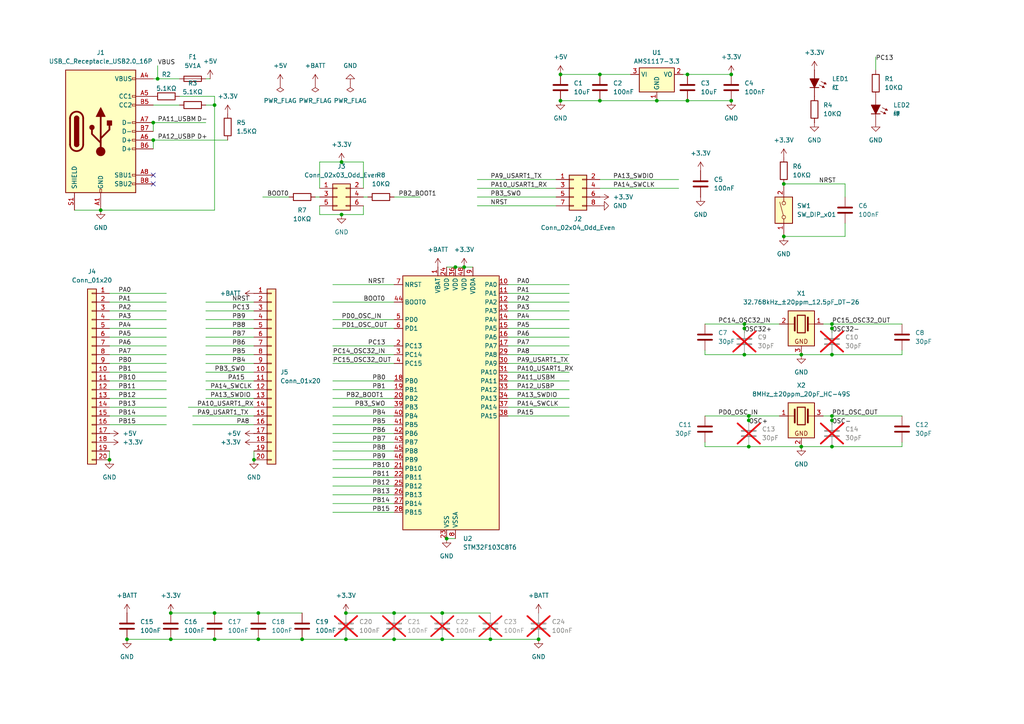
<source format=kicad_sch>
(kicad_sch (version 20231120) (generator "eeschema") (generator_version "8.0")
  (paper "A4")
  (lib_symbols
    (symbol "Connector_Generic:Conn_01x20" (pin_names (offset 1.016) hide)
      (property "Reference" "J" (at 0 25.4 0))
      (property "Value" "Conn_01x20" (at 0 -27.94 0))
      (symbol "Conn_01x20_1_1"
        (pin passive line (at -5.08 22.86 0) (length 3.81) (name "Pin_1") (number "1"))
        (pin passive line (at -5.08 0 0) (length 3.81) (name "Pin_10") (number "10"))
        (pin passive line (at -5.08 -2.54 0) (length 3.81) (name "Pin_11") (number "11"))
        (pin passive line (at -5.08 -5.08 0) (length 3.81) (name "Pin_12") (number "12"))
        (pin passive line (at -5.08 -7.62 0) (length 3.81) (name "Pin_13") (number "13"))
        (pin passive line (at -5.08 -10.16 0) (length 3.81) (name "Pin_14") (number "14"))
        (pin passive line (at -5.08 -12.7 0) (length 3.81) (name "Pin_15") (number "15"))
        (pin passive line (at -5.08 -15.24 0) (length 3.81) (name "Pin_16") (number "16"))
        (pin passive line (at -5.08 -17.78 0) (length 3.81) (name "Pin_17") (number "17"))
        (pin passive line (at -5.08 -20.32 0) (length 3.81) (name "Pin_18") (number "18"))
        (pin passive line (at -5.08 -22.86 0) (length 3.81) (name "Pin_19") (number "19"))
        (pin passive line (at -5.08 20.32 0) (length 3.81) (name "Pin_2") (number "2"))
        (pin passive line (at -5.08 -25.4 0) (length 3.81) (name "Pin_20") (number "20"))
        (pin passive line (at -5.08 17.78 0) (length 3.81) (name "Pin_3") (number "3"))
        (pin passive line (at -5.08 15.24 0) (length 3.81) (name "Pin_4") (number "4"))
        (pin passive line (at -5.08 12.7 0) (length 3.81) (name "Pin_5") (number "5"))
        (pin passive line (at -5.08 10.16 0) (length 3.81) (name "Pin_6") (number "6"))
        (pin passive line (at -5.08 7.62 0) (length 3.81) (name "Pin_7") (number "7"))
        (pin passive line (at -5.08 5.08 0) (length 3.81) (name "Pin_8") (number "8"))
        (pin passive line (at -5.08 2.54 0) (length 3.81) (name "Pin_9") (number "9"))
      )
    )
    (symbol "Connector_Generic:Conn_02x03_Odd_Even" (pin_names (offset 1.016) hide)
      (property "Reference" "J" (at 1.27 5.08 0))
      (property "Value" "Conn_02x03_Odd_Even" (at 1.27 -5.08 0))
      (symbol "Conn_02x03_Odd_Even_1_1"
        (pin passive line (at -5.08 2.54 0) (length 3.81) (name "Pin_1") (number "1"))
        (pin passive line (at 7.62 2.54 180) (length 3.81) (name "Pin_2") (number "2"))
        (pin passive line (at -5.08 0 0) (length 3.81) (name "Pin_3") (number "3"))
        (pin passive line (at 7.62 0 180) (length 3.81) (name "Pin_4") (number "4"))
        (pin passive line (at -5.08 -2.54 0) (length 3.81) (name "Pin_5") (number "5"))
        (pin passive line (at 7.62 -2.54 180) (length 3.81) (name "Pin_6") (number "6"))
      )
    )
    (symbol "Connector_Generic:Conn_02x04_Odd_Even" (pin_names (offset 1.016) hide)
      (property "Reference" "J" (at 1.27 5.08 0))
      (property "Value" "Conn_02x04_Odd_Even" (at 1.27 -7.62 0))
      (symbol "Conn_02x04_Odd_Even_1_1"
        (pin passive line (at -5.08 2.54 0) (length 3.81) (name "Pin_1") (number "1"))
        (pin passive line (at 7.62 2.54 180) (length 3.81) (name "Pin_2") (number "2"))
        (pin passive line (at -5.08 0 0) (length 3.81) (name "Pin_3") (number "3"))
        (pin passive line (at 7.62 0 180) (length 3.81) (name "Pin_4") (number "4"))
        (pin passive line (at -5.08 -2.54 0) (length 3.81) (name "Pin_5") (number "5"))
        (pin passive line (at 7.62 -2.54 180) (length 3.81) (name "Pin_6") (number "6"))
        (pin passive line (at -5.08 -5.08 0) (length 3.81) (name "Pin_7") (number "7"))
        (pin passive line (at 7.62 -5.08 180) (length 3.81) (name "Pin_8") (number "8"))
      )
    )
    (symbol "Device:Fuse" (pin_numbers hide) (pin_names (offset 0))
      (property "Reference" "F" (at 2.032 0 90))
      (property "Value" "Fuse" (at -1.905 0 90))
      (symbol "Fuse_1_1"
        (pin passive line (at 0 3.81 270) (length 1.27) (name "~") (number "1"))
        (pin passive line (at 0 -3.81 90) (length 1.27) (name "~") (number "2"))
      )
    )
    (symbol "MCU_ST_STM32F1:STM32F103C8Tx"
      (property "Reference" "U" (at -12.7 39.37 0))
      (property "Value" "STM32F103C8Tx" (at 10.16 39.37 0))
      (symbol "STM32F103C8Tx_1_1"
        (pin power_in line (at -2.54 40.64 270) (length 2.54) (name "VBAT") (number "1"))
        (pin bidirectional line (at 17.78 35.56 180) (length 2.54) (name "PA0") (number "10"))
        (pin bidirectional line (at 17.78 33.02 180) (length 2.54) (name "PA1") (number "11"))
        (pin bidirectional line (at 17.78 30.48 180) (length 2.54) (name "PA2") (number "12"))
        (pin bidirectional line (at 17.78 27.94 180) (length 2.54) (name "PA3") (number "13"))
        (pin bidirectional line (at 17.78 25.4 180) (length 2.54) (name "PA4") (number "14"))
        (pin bidirectional line (at 17.78 22.86 180) (length 2.54) (name "PA5") (number "15"))
        (pin bidirectional line (at 17.78 20.32 180) (length 2.54) (name "PA6") (number "16"))
        (pin bidirectional line (at 17.78 17.78 180) (length 2.54) (name "PA7") (number "17"))
        (pin bidirectional line (at -15.24 7.62 0) (length 2.54) (name "PB0") (number "18"))
        (pin bidirectional line (at -15.24 5.08 0) (length 2.54) (name "PB1") (number "19"))
        (pin bidirectional line (at -15.24 17.78 0) (length 2.54) (name "PC13") (number "2"))
        (pin bidirectional line (at -15.24 2.54 0) (length 2.54) (name "PB2") (number "20"))
        (pin bidirectional line (at -15.24 -17.78 0) (length 2.54) (name "PB10") (number "21"))
        (pin bidirectional line (at -15.24 -20.32 0) (length 2.54) (name "PB11") (number "22"))
        (pin power_in line (at 0 -38.1 90) (length 2.54) (name "VSS") (number "23"))
        (pin power_in line (at 0 40.64 270) (length 2.54) (name "VDD") (number "24"))
        (pin bidirectional line (at -15.24 -22.86 0) (length 2.54) (name "PB12") (number "25"))
        (pin bidirectional line (at -15.24 -25.4 0) (length 2.54) (name "PB13") (number "26"))
        (pin bidirectional line (at -15.24 -27.94 0) (length 2.54) (name "PB14") (number "27"))
        (pin bidirectional line (at -15.24 -30.48 0) (length 2.54) (name "PB15") (number "28"))
        (pin bidirectional line (at 17.78 15.24 180) (length 2.54) (name "PA8") (number "29"))
        (pin bidirectional line (at -15.24 15.24 0) (length 2.54) (name "PC14") (number "3"))
        (pin bidirectional line (at 17.78 12.7 180) (length 2.54) (name "PA9") (number "30"))
        (pin bidirectional line (at 17.78 10.16 180) (length 2.54) (name "PA10") (number "31"))
        (pin bidirectional line (at 17.78 7.62 180) (length 2.54) (name "PA11") (number "32"))
        (pin bidirectional line (at 17.78 5.08 180) (length 2.54) (name "PA12") (number "33"))
        (pin bidirectional line (at 17.78 2.54 180) (length 2.54) (name "PA13") (number "34"))
        (pin passive line (at 0 -38.1 90) (length 2.54) hide (name "VSS") (number "35"))
        (pin power_in line (at 2.54 40.64 270) (length 2.54) (name "VDD") (number "36"))
        (pin bidirectional line (at 17.78 0 180) (length 2.54) (name "PA14") (number "37"))
        (pin bidirectional line (at 17.78 -2.54 180) (length 2.54) (name "PA15") (number "38"))
        (pin bidirectional line (at -15.24 0 0) (length 2.54) (name "PB3") (number "39"))
        (pin bidirectional line (at -15.24 12.7 0) (length 2.54) (name "PC15") (number "4"))
        (pin bidirectional line (at -15.24 -2.54 0) (length 2.54) (name "PB4") (number "40"))
        (pin bidirectional line (at -15.24 -5.08 0) (length 2.54) (name "PB5") (number "41"))
        (pin bidirectional line (at -15.24 -7.62 0) (length 2.54) (name "PB6") (number "42"))
        (pin bidirectional line (at -15.24 -10.16 0) (length 2.54) (name "PB7") (number "43"))
        (pin input line (at -15.24 30.48 0) (length 2.54) (name "BOOT0") (number "44"))
        (pin bidirectional line (at -15.24 -12.7 0) (length 2.54) (name "PB8") (number "45"))
        (pin bidirectional line (at -15.24 -15.24 0) (length 2.54) (name "PB9") (number "46"))
        (pin passive line (at 0 -38.1 90) (length 2.54) hide (name "VSS") (number "47"))
        (pin power_in line (at 5.08 40.64 270) (length 2.54) (name "VDD") (number "48"))
        (pin bidirectional line (at -15.24 25.4 0) (length 2.54) (name "PD0") (number "5"))
        (pin bidirectional line (at -15.24 22.86 0) (length 2.54) (name "PD1") (number "6"))
        (pin input line (at -15.24 35.56 0) (length 2.54) (name "NRST") (number "7"))
        (pin power_in line (at 2.54 -38.1 90) (length 2.54) (name "VSSA") (number "8"))
        (pin power_in line (at 7.62 40.64 270) (length 2.54) (name "VDDA") (number "9"))
      )
    )
    (symbol "PCM_Capacitor_US_AKL:C_0603" (pin_numbers hide) (pin_names (offset 0.254))
      (property "Reference" "C" (at 0.635 2.54 0))
      (property "Value" "C_0603" (at 0.635 -2.54 0))
      (symbol "C_0603_1_1"
        (pin passive line (at 0 3.81 270) (length 2.794) (name "~") (number "1"))
        (pin passive line (at 0 -3.81 90) (length 2.794) (name "~") (number "2"))
      )
      (symbol "C_0603_1_2"
        (pin passive line (at 2.54 2.54 270) (length 0) (name "~") (number "1"))
        (pin passive line (at -2.54 -2.54 90) (length 0) (name "~") (number "2"))
      )
    )
    (symbol "PCM_Capacitor_US_AKL:C_Generic" (pin_numbers hide) (pin_names (offset 0.254))
      (property "Reference" "C" (at 3.175 1.27 0))
      (property "Value" "C_Generic" (at 3.175 -1.27 0))
      (symbol "C_Generic_1_1"
        (pin passive line (at 0 3.81 270) (length 2.794) (name "~") (number "1"))
        (pin passive line (at 0 -3.81 90) (length 2.794) (name "~") (number "2"))
      )
      (symbol "C_Generic_1_2"
        (pin passive line (at 2.54 2.54 270) (length 0) (name "~") (number "1"))
        (pin passive line (at -2.54 -2.54 90) (length 0) (name "~") (number "2"))
      )
    )
    (symbol "PCM_LED_AKL:LED_3mm" (pin_numbers hide) (pin_names (offset 1.016) hide)
      (property "Reference" "LED" (at 0 7.62 0))
      (property "Value" "LED_3mm" (at 0 5.08 0))
      (symbol "LED_3mm_1_1"
        (pin passive line (at 3.81 0 180) (length 2.54) (name "K") (number "1"))
        (pin passive line (at -3.81 0 0) (length 2.54) (name "A") (number "2"))
      )
      (symbol "LED_3mm_1_2"
        (pin passive line (at 2.54 2.54 180) (length 0) (name "K") (number "1"))
        (pin passive line (at -2.54 -2.54 0) (length 0) (name "A") (number "2"))
      )
    )
    (symbol "PCM_Resistor_AKL:R_Generic" (pin_numbers hide) (pin_names (offset 0))
      (property "Reference" "R" (at 5.08 1.27 0))
      (property "Value" "R_Generic" (at 5.08 -1.27 0))
      (symbol "R_Generic_1_1"
        (pin passive line (at 0 3.81 270) (length 1.27) (name "~") (number "1"))
        (pin passive line (at 0 -3.81 90) (length 1.27) (name "~") (number "2"))
      )
      (symbol "R_Generic_1_2"
        (pin passive line (at 2.54 2.54 180) (length 0) (name "") (number "1"))
        (pin passive line (at -2.54 -2.54 0) (length 0) (name "") (number "2"))
      )
    )
    (symbol "Regulator_Linear:AMS1117-3.3"
      (property "Reference" "U" (at -3.81 3.175 0))
      (property "Value" "AMS1117-3.3" (at 0 3.175 0))
      (symbol "AMS1117-3.3_1_1"
        (pin power_in line (at 0 -7.62 90) (length 2.54) (name "GND") (number "1"))
        (pin power_out line (at 7.62 0 180) (length 2.54) (name "VO") (number "2"))
        (pin power_in line (at -7.62 0 0) (length 2.54) (name "VI") (number "3"))
      )
    )
    (symbol "Switch:SW_DIP_x01" (pin_names (offset 0) hide)
      (property "Reference" "SW" (at 0 3.81 0))
      (property "Value" "SW_DIP_x01" (at 0 -3.81 0))
      (symbol "SW_DIP_x01_1_1"
        (pin passive line (at -7.62 0 0) (length 5.08) (name "~") (number "1"))
        (pin passive line (at 7.62 0 180) (length 5.08) (name "~") (number "2"))
      )
    )
    (symbol "USB_C_Receptacle_USB2.0_16P_1" (pin_names (offset 1.016))
      (property "Reference" "J" (at 0 22.225 0))
      (property "Value" "USB_C_Receptacle_USB2.0_16P" (at 0 19.685 0))
      (symbol "USB_C_Receptacle_USB2.0_16P_1_1_1"
        (pin passive line (at 0 -22.86 90) (length 5.08) (name "GND") (number "A1"))
        (pin passive line (at 0 -22.86 90) (length 5.08) hide (name "GND") (number "A12"))
        (pin passive line (at 15.24 15.24 180) (length 5.08) (name "VBUS") (number "A4"))
        (pin bidirectional line (at 15.24 10.16 180) (length 5.08) (name "CC1") (number "A5"))
        (pin bidirectional line (at 15.24 -2.54 180) (length 5.08) (name "D+") (number "A6"))
        (pin bidirectional line (at 15.24 2.54 180) (length 5.08) (name "D-") (number "A7"))
        (pin bidirectional line (at 15.24 -12.7 180) (length 5.08) (name "SBU1") (number "A8"))
        (pin passive line (at 15.24 15.24 180) (length 5.08) hide (name "VBUS") (number "A9"))
        (pin passive line (at 0 -22.86 90) (length 5.08) hide (name "GND") (number "B1"))
        (pin passive line (at 0 -22.86 90) (length 5.08) hide (name "GND") (number "B12"))
        (pin passive line (at 15.24 15.24 180) (length 5.08) hide (name "VBUS") (number "B4"))
        (pin bidirectional line (at 15.24 7.62 180) (length 5.08) (name "CC2") (number "B5"))
        (pin bidirectional line (at 15.24 -5.08 180) (length 5.08) (name "D+") (number "B6"))
        (pin bidirectional line (at 15.24 0 180) (length 5.08) (name "D-") (number "B7"))
        (pin bidirectional line (at 15.24 -15.24 180) (length 5.08) (name "SBU2") (number "B8"))
        (pin passive line (at 15.24 15.24 180) (length 5.08) hide (name "VBUS") (number "B9"))
        (pin passive line (at -7.62 -22.86 90) (length 5.08) (name "SHIELD") (number "S1"))
      )
    )
    (symbol "kicad2wsy:32.768kHz_±20ppm_12.5pF_DT-26" (pin_names (offset 1.016) hide)
      (property "Reference" "X" (at 0 8.89 0))
      (property "Value" "32.768kHz_±20ppm_12.5pF_DT-26" (at 0 6.35 0))
      (symbol "32.768kHz_±20ppm_12.5pF_DT-26_0_1"
        (text "GND" (at 0 -5.08 0) (effects (font (size 1.27 1.27))))
      )
      (symbol "32.768kHz_±20ppm_12.5pF_DT-26_1_1"
        (pin passive line (at -6.35 0 0) (length 2.54) (name "1") (number "1"))
        (pin passive line (at 6.35 0 180) (length 2.54) (name "2") (number "2"))
        (pin passive line (at 0 -8.89 90) (length 2.54) (name "3") (number "3"))
      )
    )
    (symbol "kicad2wsy:8MHz_±20ppm_20pF_HC-49S" (pin_names (offset 1.016) hide)
      (property "Reference" "X" (at 0 8.89 0))
      (property "Value" "8MHz_±20ppm_20pF_HC-49S" (at 0 6.35 0))
      (symbol "8MHz_±20ppm_20pF_HC-49S_0_1"
        (text "GND" (at 0 -5.08 0) (effects (font (size 1.27 1.27))))
      )
      (symbol "8MHz_±20ppm_20pF_HC-49S_1_1"
        (pin passive line (at -6.35 0 0) (length 2.54) (name "1") (number "1"))
        (pin passive line (at 0 -8.89 90) (length 2.54) (name "2") (number "2"))
        (pin passive line (at 6.35 0 180) (length 2.54) (name "3") (number "3"))
      )
    )
    (symbol "power:+3.3V" (power) (pin_numbers hide) (pin_names (offset 0) hide)
      (property "Value" "+3.3V" (at 0 3.556 0))
      (symbol "+3.3V_1_1"
        (pin power_in line (at 0 0 90) (length 0) (name "~") (number "1"))
      )
    )
    (symbol "power:+5V" (power) (pin_numbers hide) (pin_names (offset 0) hide)
      (property "Value" "+5V" (at 0 3.556 0))
      (symbol "+5V_1_1"
        (pin power_in line (at 0 0 90) (length 0) (name "~") (number "1"))
      )
    )
    (symbol "power:+BATT" (power) (pin_numbers hide) (pin_names (offset 0) hide)
      (property "Value" "+BATT" (at 0 3.556 0))
      (symbol "+BATT_1_1"
        (pin power_in line (at 0 0 90) (length 0) (name "~") (number "1"))
      )
    )
    (symbol "power:GND" (power) (pin_numbers hide) (pin_names (offset 0) hide)
      (property "Value" "GND" (at 0 -3.81 0))
      (symbol "GND_1_1"
        (pin power_in line (at 0 0 270) (length 0) (name "~") (number "1"))
      )
    )
    (symbol "power:PWR_FLAG" (power) (pin_numbers hide) (pin_names (offset 0) hide)
      (property "Value" "PWR_FLAG" (at 0 3.81 0))
      (symbol "PWR_FLAG_0_0"
        (pin power_out line (at 0 0 90) (length 0) (name "~") (number "1"))
      )
    )
  )
  (junction (at 49.53 177.8))
  (junction (at 241.3 120.65))
  (junction (at 212.09 21.59))
  (junction (at 87.63 185.42))
  (junction (at 190.5 29.21))
  (junction (at 62.23 177.8))
  (junction (at 215.9 102.87))
  (junction (at 100.33 177.8))
  (junction (at 36.83 185.42))
  (junction (at 173.99 21.59))
  (junction (at 134.62 77.47))
  (junction (at 217.17 121.92))
  (junction (at 29.21 60.96))
  (junction (at 232.41 102.87))
  (junction (at 217.17 129.54))
  (junction (at 45.72 22.86))
  (junction (at 74.93 185.42))
  (junction (at 156.21 185.42))
  (junction (at 232.41 129.54))
  (junction (at 215.9 95.25))
  (junction (at 227.33 53.34))
  (junction (at 241.3 129.54))
  (junction (at 241.3 102.87))
  (junction (at 62.23 185.42))
  (junction (at 128.27 185.42))
  (junction (at 31.75 133.35))
  (junction (at 74.93 177.8))
  (junction (at 162.56 29.21))
  (junction (at 114.3 185.42))
  (junction (at 73.66 133.35))
  (junction (at 129.54 156.21))
  (junction (at 212.09 29.21))
  (junction (at 217.17 120.65))
  (junction (at 162.56 21.59))
  (junction (at 99.06 62.23))
  (junction (at 142.24 185.42))
  (junction (at 128.27 177.8))
  (junction (at 199.39 29.21))
  (junction (at 241.3 93.98))
  (junction (at 100.33 185.42))
  (junction (at 199.39 21.59))
  (junction (at 173.99 29.21))
  (junction (at 49.53 185.42))
  (junction (at 62.23 30.48))
  (junction (at 241.3 95.25))
  (junction (at 114.3 177.8))
  (junction (at 227.33 68.58))
  (junction (at 99.06 46.99))
  (junction (at 44.45 35.56))
  (junction (at 132.08 77.47))
  (junction (at 44.45 40.64))
  (junction (at 215.9 93.98))
  (junction (at 241.3 121.92))
  (no_connect (at 44.45 50.8))
  (no_connect (at 44.45 53.34))
  (wire (pts (xy 138.43 54.61) (xy 161.29 54.61)))
  (wire (pts (xy 241.3 102.87) (xy 261.62 102.87)))
  (wire (pts (xy 241.3 129.54) (xy 232.41 129.54)))
  (wire (pts (xy 138.43 59.69) (xy 161.29 59.69)))
  (wire (pts (xy 96.52 110.49) (xy 114.3 110.49)))
  (wire (pts (xy 96.52 100.33) (xy 114.3 100.33)))
  (wire (pts (xy 100.33 185.42) (xy 114.3 185.42)))
  (wire (pts (xy 92.71 62.23) (xy 99.06 62.23)))
  (wire (pts (xy 261.62 129.54) (xy 241.3 129.54)))
  (wire (pts (xy 31.75 113.03) (xy 48.26 113.03)))
  (wire (pts (xy 232.41 129.54) (xy 217.17 129.54)))
  (wire (pts (xy 128.27 177.8) (xy 142.24 177.8)))
  (wire (pts (xy 204.47 120.65) (xy 217.17 120.65)))
  (wire (pts (xy 215.9 93.98) (xy 226.06 93.98)))
  (wire (pts (xy 261.62 128.27) (xy 261.62 129.54)))
  (wire (pts (xy 105.41 46.99) (xy 105.41 54.61)))
  (wire (pts (xy 96.52 143.51) (xy 114.3 143.51)))
  (wire (pts (xy 96.52 102.87) (xy 114.3 102.87)))
  (wire (pts (xy 62.23 30.48) (xy 62.23 60.96)))
  (wire (pts (xy 199.39 29.21) (xy 212.09 29.21)))
  (wire (pts (xy 31.75 85.09) (xy 48.26 85.09)))
  (wire (pts (xy 147.32 100.33) (xy 165.1 100.33)))
  (wire (pts (xy 31.75 107.95) (xy 48.26 107.95)))
  (wire (pts (xy 227.33 68.58) (xy 245.11 68.58)))
  (wire (pts (xy 44.45 22.86) (xy 45.72 22.86)))
  (wire (pts (xy 44.45 30.48) (xy 52.07 30.48)))
  (wire (pts (xy 31.75 90.17) (xy 48.26 90.17)))
  (wire (pts (xy 96.52 95.25) (xy 114.3 95.25)))
  (wire (pts (xy 147.32 107.95) (xy 165.1 107.95)))
  (wire (pts (xy 147.32 97.79) (xy 165.1 97.79)))
  (wire (pts (xy 114.3 185.42) (xy 128.27 185.42)))
  (wire (pts (xy 96.52 82.55) (xy 114.3 82.55)))
  (wire (pts (xy 96.52 140.97) (xy 114.3 140.97)))
  (wire (pts (xy 147.32 102.87) (xy 165.1 102.87)))
  (wire (pts (xy 198.12 21.59) (xy 199.39 21.59)))
  (wire (pts (xy 215.9 95.25) (xy 215.9 96.52)))
  (wire (pts (xy 96.52 135.89) (xy 114.3 135.89)))
  (wire (pts (xy 59.69 22.86) (xy 60.96 22.86)))
  (wire (pts (xy 147.32 87.63) (xy 165.1 87.63)))
  (wire (pts (xy 96.52 148.59) (xy 114.3 148.59)))
  (wire (pts (xy 241.3 95.25) (xy 241.3 96.52)))
  (wire (pts (xy 99.06 62.23) (xy 105.41 62.23)))
  (wire (pts (xy 245.11 53.34) (xy 245.11 57.15)))
  (wire (pts (xy 204.47 93.98) (xy 215.9 93.98)))
  (wire (pts (xy 59.69 110.49) (xy 73.66 110.49)))
  (wire (pts (xy 44.45 40.64) (xy 66.04 40.64)))
  (wire (pts (xy 100.33 177.8) (xy 114.3 177.8)))
  (wire (pts (xy 96.52 105.41) (xy 114.3 105.41)))
  (wire (pts (xy 241.3 93.98) (xy 261.62 93.98)))
  (wire (pts (xy 31.75 95.25) (xy 48.26 95.25)))
  (wire (pts (xy 147.32 82.55) (xy 165.1 82.55)))
  (wire (pts (xy 204.47 101.6) (xy 204.47 102.87)))
  (wire (pts (xy 147.32 113.03) (xy 165.1 113.03)))
  (wire (pts (xy 105.41 62.23) (xy 105.41 59.69)))
  (wire (pts (xy 29.21 60.96) (xy 62.23 60.96)))
  (wire (pts (xy 99.06 46.99) (xy 105.41 46.99)))
  (wire (pts (xy 96.52 92.71) (xy 114.3 92.71)))
  (wire (pts (xy 44.45 35.56) (xy 44.45 38.1)))
  (wire (pts (xy 92.71 59.69) (xy 92.71 62.23)))
  (wire (pts (xy 44.45 40.64) (xy 44.45 43.18)))
  (wire (pts (xy 147.32 105.41) (xy 165.1 105.41)))
  (wire (pts (xy 62.23 177.8) (xy 74.93 177.8)))
  (wire (pts (xy 114.3 177.8) (xy 128.27 177.8)))
  (wire (pts (xy 238.76 120.65) (xy 241.3 120.65)))
  (wire (pts (xy 217.17 129.54) (xy 204.47 129.54)))
  (wire (pts (xy 217.17 120.65) (xy 217.17 121.92)))
  (wire (pts (xy 245.11 68.58) (xy 245.11 64.77)))
  (wire (pts (xy 96.52 115.57) (xy 114.3 115.57)))
  (wire (pts (xy 241.3 93.98) (xy 241.3 95.25)))
  (wire (pts (xy 96.52 120.65) (xy 114.3 120.65)))
  (wire (pts (xy 59.69 97.79) (xy 73.66 97.79)))
  (wire (pts (xy 59.69 107.95) (xy 73.66 107.95)))
  (wire (pts (xy 31.75 110.49) (xy 48.26 110.49)))
  (wire (pts (xy 147.32 115.57) (xy 165.1 115.57)))
  (wire (pts (xy 62.23 185.42) (xy 74.93 185.42)))
  (wire (pts (xy 49.53 177.8) (xy 62.23 177.8)))
  (wire (pts (xy 217.17 120.65) (xy 226.06 120.65)))
  (wire (pts (xy 129.54 77.47) (xy 132.08 77.47)))
  (wire (pts (xy 44.45 35.56) (xy 59.69 35.56)))
  (wire (pts (xy 114.3 57.15) (xy 121.92 57.15)))
  (wire (pts (xy 73.66 130.81) (xy 73.66 133.35)))
  (wire (pts (xy 147.32 95.25) (xy 165.1 95.25)))
  (wire (pts (xy 36.83 185.42) (xy 49.53 185.42)))
  (wire (pts (xy 45.72 19.05) (xy 45.72 22.86)))
  (wire (pts (xy 138.43 52.07) (xy 161.29 52.07)))
  (wire (pts (xy 128.27 185.42) (xy 142.24 185.42)))
  (wire (pts (xy 31.75 102.87) (xy 48.26 102.87)))
  (wire (pts (xy 147.32 90.17) (xy 165.1 90.17)))
  (wire (pts (xy 52.07 27.94) (xy 62.23 27.94)))
  (wire (pts (xy 59.69 100.33) (xy 73.66 100.33)))
  (wire (pts (xy 204.47 102.87) (xy 215.9 102.87)))
  (wire (pts (xy 147.32 120.65) (xy 165.1 120.65)))
  (wire (pts (xy 190.5 29.21) (xy 199.39 29.21)))
  (wire (pts (xy 96.52 133.35) (xy 114.3 133.35)))
  (wire (pts (xy 238.76 93.98) (xy 241.3 93.98)))
  (wire (pts (xy 129.54 156.21) (xy 132.08 156.21)))
  (wire (pts (xy 96.52 130.81) (xy 114.3 130.81)))
  (wire (pts (xy 31.75 100.33) (xy 48.26 100.33)))
  (wire (pts (xy 96.52 128.27) (xy 114.3 128.27)))
  (wire (pts (xy 91.44 57.15) (xy 92.71 57.15)))
  (wire (pts (xy 217.17 121.92) (xy 217.17 123.19)))
  (wire (pts (xy 241.3 121.92) (xy 241.3 123.19)))
  (wire (pts (xy 29.21 60.96) (xy 21.59 60.96)))
  (wire (pts (xy 134.62 77.47) (xy 137.16 77.47)))
  (wire (pts (xy 215.9 93.98) (xy 215.9 95.25)))
  (wire (pts (xy 45.72 22.86) (xy 52.07 22.86)))
  (wire (pts (xy 173.99 29.21) (xy 190.5 29.21)))
  (wire (pts (xy 59.69 115.57) (xy 73.66 115.57)))
  (wire (pts (xy 92.71 46.99) (xy 99.06 46.99)))
  (wire (pts (xy 55.88 120.65) (xy 73.66 120.65)))
  (wire (pts (xy 132.08 77.47) (xy 134.62 77.47)))
  (wire (pts (xy 31.75 123.19) (xy 48.26 123.19)))
  (wire (pts (xy 76.2 57.15) (xy 83.82 57.15)))
  (wire (pts (xy 147.32 110.49) (xy 165.1 110.49)))
  (wire (pts (xy 232.41 102.87) (xy 241.3 102.87)))
  (wire (pts (xy 59.69 87.63) (xy 73.66 87.63)))
  (wire (pts (xy 162.56 21.59) (xy 173.99 21.59)))
  (wire (pts (xy 204.47 128.27) (xy 204.47 129.54)))
  (wire (pts (xy 173.99 21.59) (xy 182.88 21.59)))
  (wire (pts (xy 147.32 85.09) (xy 165.1 85.09)))
  (wire (pts (xy 59.69 90.17) (xy 73.66 90.17)))
  (wire (pts (xy 31.75 115.57) (xy 48.26 115.57)))
  (wire (pts (xy 31.75 92.71) (xy 48.26 92.71)))
  (wire (pts (xy 59.69 105.41) (xy 73.66 105.41)))
  (wire (pts (xy 215.9 102.87) (xy 232.41 102.87)))
  (wire (pts (xy 49.53 185.42) (xy 62.23 185.42)))
  (wire (pts (xy 54.61 118.11) (xy 73.66 118.11)))
  (wire (pts (xy 31.75 87.63) (xy 48.26 87.63)))
  (wire (pts (xy 96.52 125.73) (xy 114.3 125.73)))
  (wire (pts (xy 261.62 101.6) (xy 261.62 102.87)))
  (wire (pts (xy 59.69 102.87) (xy 73.66 102.87)))
  (wire (pts (xy 96.52 123.19) (xy 114.3 123.19)))
  (wire (pts (xy 173.99 52.07) (xy 196.85 52.07)))
  (wire (pts (xy 74.93 185.42) (xy 87.63 185.42)))
  (wire (pts (xy 162.56 29.21) (xy 173.99 29.21)))
  (wire (pts (xy 254 16.51) (xy 254 20.32)))
  (wire (pts (xy 59.69 113.03) (xy 73.66 113.03)))
  (wire (pts (xy 138.43 57.15) (xy 161.29 57.15)))
  (wire (pts (xy 59.69 92.71) (xy 73.66 92.71)))
  (wire (pts (xy 241.3 120.65) (xy 261.62 120.65)))
  (wire (pts (xy 31.75 130.81) (xy 31.75 133.35)))
  (wire (pts (xy 62.23 27.94) (xy 62.23 30.48)))
  (wire (pts (xy 173.99 54.61) (xy 196.85 54.61)))
  (wire (pts (xy 31.75 118.11) (xy 48.26 118.11)))
  (wire (pts (xy 31.75 120.65) (xy 48.26 120.65)))
  (wire (pts (xy 147.32 92.71) (xy 165.1 92.71)))
  (wire (pts (xy 74.93 177.8) (xy 87.63 177.8)))
  (wire (pts (xy 241.3 120.65) (xy 241.3 121.92)))
  (wire (pts (xy 142.24 185.42) (xy 156.21 185.42)))
  (wire (pts (xy 96.52 138.43) (xy 114.3 138.43)))
  (wire (pts (xy 96.52 87.63) (xy 114.3 87.63)))
  (wire (pts (xy 199.39 21.59) (xy 212.09 21.59)))
  (wire (pts (xy 92.71 54.61) (xy 92.71 46.99)))
  (wire (pts (xy 59.69 95.25) (xy 73.66 95.25)))
  (wire (pts (xy 96.52 113.03) (xy 114.3 113.03)))
  (wire (pts (xy 31.75 105.41) (xy 48.26 105.41)))
  (wire (pts (xy 227.33 53.34) (xy 245.11 53.34)))
  (wire (pts (xy 106.68 57.15) (xy 105.41 57.15)))
  (wire (pts (xy 55.88 123.19) (xy 73.66 123.19)))
  (wire (pts (xy 147.32 118.11) (xy 165.1 118.11)))
  (wire (pts (xy 59.69 30.48) (xy 62.23 30.48)))
  (wire (pts (xy 96.52 146.05) (xy 114.3 146.05)))
  (wire (pts (xy 31.75 97.79) (xy 48.26 97.79)))
  (wire (pts (xy 96.52 118.11) (xy 114.3 118.11)))
  (wire (pts (xy 87.63 185.42) (xy 100.33 185.42)))
  (label "PB14" (at 107.95 146.05 0))
  (label "PA11_USBM" (at 45.72 35.56 0))
  (label "PC15_OSC32_OUT" (at 241.3 93.98 0))
  (label "PB11" (at 107.95 138.43 0))
  (label "PB6" (at 107.95 125.73 0))
  (label "PA10_USART1_RX" (at 149.86 107.95 0))
  (label "PA7" (at 149.86 100.33 0))
  (label "PB0" (at 107.95 110.49 0))
  (label "OSC32+" (at 215.9 96.52 0))
  (label "PC15_OSC32_OUT" (at 96.52 105.41 0))
  (label "PA9_USART1_TX" (at 149.86 105.41 0))
  (label "PB4" (at 67.31 105.41 0))
  (label "PA15" (at 149.86 120.65 0))
  (label "PA1" (at 149.86 85.09 0))
  (label "PA4" (at 149.86 92.71 0))
  (label "PA0" (at 149.86 82.55 0))
  (label "PB1" (at 107.95 113.03 0))
  (label "PA9_USART1_TX" (at 57.15 120.65 0))
  (label "PA6" (at 149.86 97.79 0))
  (label "PB13" (at 107.95 143.51 0))
  (label "PC13" (at 67.31 90.17 0))
  (label "PB14" (at 34.29 120.65 0))
  (label "PA2" (at 34.29 90.17 0))
  (label "BOOT0" (at 77.47 57.15 0))
  (label "PA13_SWDIO" (at 60.96 115.57 0))
  (label "PB9" (at 107.95 133.35 0))
  (label "OSC32-" (at 241.3 96.52 0))
  (label "VBUS" (at 45.72 19.05 0))
  (label "PC14_OSC32_IN" (at 208.28 93.98 0))
  (label "PC14_OSC32_IN" (at 96.52 102.87 0))
  (label "NRST" (at 237.49 53.34 0))
  (label "PB10" (at 34.29 110.49 0))
  (label "PA14_SWCLK" (at 177.8 54.61 0))
  (label "PD0_OSC_IN" (at 208.28 120.65 0))
  (label "PB12" (at 34.29 115.57 0))
  (label "PC13" (at 106.68 100.33 0))
  (label "PA13_SWDIO" (at 177.8 52.07 0))
  (label "PB2_BOOT1" (at 115.57 57.15 0))
  (label "PD0_OSC_IN" (at 99.06 92.71 0))
  (label "PA3" (at 34.29 92.71 0))
  (label "PA5" (at 149.86 95.25 0))
  (label "PA7" (at 34.29 102.87 0))
  (label "PB8" (at 67.31 95.25 0))
  (label "PB0" (at 34.29 105.41 0))
  (label "OSC+" (at 217.17 123.19 0))
  (label "PA14_SWCLK" (at 149.86 118.11 0))
  (label "NRST" (at 142.24 59.69 0))
  (label "PB11" (at 34.29 113.03 0))
  (label "PA14_SWCLK" (at 60.96 113.03 0))
  (label "PB1" (at 34.29 107.95 0))
  (label "OSC-" (at 241.3 123.19 0))
  (label "PA8" (at 149.86 102.87 0))
  (label "PB6" (at 67.31 100.33 0))
  (label "PB9" (at 67.31 92.71 0))
  (label "PD1_OSC_OUT" (at 99.06 95.25 0))
  (label "NRST" (at 67.31 87.63 0))
  (label "D+" (at 57.15 40.64 0))
  (label "PA6" (at 34.29 100.33 0))
  (label "PA4" (at 34.29 95.25 0))
  (label "PA9_USART1_TX" (at 142.24 52.07 0))
  (label "PD1_OSC_OUT" (at 241.3 120.65 0))
  (label "PB3_SWO" (at 62.23 107.95 0))
  (label "PA8" (at 68.58 123.19 0))
  (label "PB3_SWO" (at 102.87 118.11 0))
  (label "PB15" (at 107.95 148.59 0))
  (label "PB5" (at 107.95 123.19 0))
  (label "PA12_USBP" (at 149.86 113.03 0))
  (label "NRST" (at 106.68 82.55 0))
  (label "PA1" (at 34.29 87.63 0))
  (label "PA2" (at 149.86 87.63 0))
  (label "PA11_USBM" (at 149.86 110.49 0))
  (label "PA15" (at 66.04 110.49 0))
  (label "PA5" (at 34.29 97.79 0))
  (label "PA13_SWDIO" (at 149.86 115.57 0))
  (label "PB13" (at 34.29 118.11 0))
  (label "PB4" (at 107.95 120.65 0))
  (label "PB12" (at 107.95 140.97 0))
  (label "PB15" (at 34.29 123.19 0))
  (label "PA10_USART1_RX" (at 57.15 118.11 0))
  (label "PB5" (at 67.31 102.87 0))
  (label "D-" (at 57.15 35.56 0))
  (label "PB3_SWO" (at 142.24 57.15 0))
  (label "PB7" (at 67.31 97.79 0))
  (label "PA0" (at 34.29 85.09 0))
  (label "PB10" (at 107.95 135.89 0))
  (label "PA3" (at 149.86 90.17 0))
  (label "PB7" (at 107.95 128.27 0))
  (label "PA10_USART1_RX" (at 142.24 54.61 0))
  (label "PA12_USBP" (at 45.72 40.64 0))
  (label "PB8" (at 107.95 130.81 0))
  (label "PC13" (at 254 17.78 0))
  (label "PB2_BOOT1" (at 100.33 115.57 0))
  (label "BOOT0" (at 105.41 87.63 0))
  (symbol (lib_id "power:+3.3V") (at 203.2 49.53 0) (unit 1)
    (property "Reference" "#PWR016" (effects (hide yes)))
    (property "Value" "+3.3V" (at 203.2 44.45 0))
    (property "Description" "Power symbol creates a global label with name \"+3.3V\"" (effects (hide yes)))
  )
  (symbol (lib_id "power:GND") (at 129.54 156.21 0) (unit 1)
    (property "Reference" "#PWR030" (effects (hide yes)))
    (property "Value" "GND" (at 129.54 161.29 0))
    (property "Description" "Power symbol creates a global label with name \"GND\" , ground" (effects (hide yes)))
  )
  (symbol (lib_id "Switch:SW_DIP_x01") (at 227.33 60.96 90) (unit 1)
    (property "Reference" "SW1" (at 231.14 59.6899 90) (effects (justify right)))
    (property "Value" "SW_DIP_x01" (at 231.14 62.2299 90) (effects (justify right)))
    (property "Footprint" "Button_Switch_THT:SW_PUSH_6mm_H7.3mm" (effects (hide yes)))
    (property "Description" "1x DIP Switch, Single Pole Single Throw (SPST) switch, small symbol" (effects (hide yes)))
  )
  (symbol (lib_id "PCM_Capacitor_US_AKL:C_Generic") (at 203.2 53.34 0) (unit 1)
    (property "Reference" "C5" (at 207.01 52.0699 0) (effects (justify left)))
    (property "Value" "100nF" (at 207.01 54.6099 0) (effects (justify left)))
    (property "Footprint" "PCM_Capacitor_THT_US_AKL:C_Disc_D5.1mm_W3.2mm_P5.00mm" (effects (hide yes)))
    (property "Description" "Unpolarized capacitor, Generic Symbol, Alternate KiCad Library" (effects (hide yes)))
  )
  (symbol (lib_id "PCM_LED_AKL:LED_3mm") (at 254 31.75 270) (unit 1)
    (property "Reference" "LED2" (at 259.08 30.4799 90) (effects (justify left)))
    (property "Value" "绿" (at 259.08 33.0199 90) (effects (justify left)))
    (property "Footprint" "PCM_LED_THT_AKL:LED_D3.0mm" (effects (hide yes)))
    (property "Description" "LED, Generic 3mm THT, Alternate KiCad Library" (effects (hide yes)))
  )
  (symbol (lib_id "PCM_Capacitor_US_AKL:C_0603") (at 217.17 125.73 0) (unit 1) (dnp yes)
    (property "Reference" "C13" (at 220.98 124.4599 0) (effects (justify left)))
    (property "Value" "30pF" (at 220.98 126.9999 0) (effects (justify left)))
    (property "Footprint" "PCM_Capacitor_SMD_AKL:C_0603_1608Metric" (effects (hide yes)))
    (property "Description" "SMD 0603 MLCC capacitor, Alternate KiCad Library" (effects (hide yes)))
  )
  (symbol (lib_id "power:GND") (at 31.75 133.35 0) (unit 1)
    (property "Reference" "#PWR029" (effects (hide yes)))
    (property "Value" "GND" (at 31.75 138.43 0))
    (property "Description" "Power symbol creates a global label with name \"GND\" , ground" (effects (hide yes)))
  )
  (symbol (lib_id "PCM_Capacitor_US_AKL:C_Generic") (at 36.83 181.61 0) (unit 1)
    (property "Reference" "C15" (at 40.64 180.3399 0) (effects (justify left)))
    (property "Value" "100nF" (at 40.64 182.8799 0) (effects (justify left)))
    (property "Footprint" "PCM_Capacitor_THT_US_AKL:C_Disc_D5.1mm_W3.2mm_P5.00mm" (effects (hide yes)))
    (property "Description" "Unpolarized capacitor, Generic Symbol, Alternate KiCad Library" (effects (hide yes)))
  )
  (symbol (lib_id "power:+BATT") (at 73.66 85.09 90) (unit 1)
    (property "Reference" "#PWR024" (effects (hide yes)))
    (property "Value" "+BATT" (at 69.85 85.0899 90) (effects (justify left)))
    (property "Description" "Power symbol creates a global label with name \"+BATT\"" (effects (hide yes)))
  )
  (symbol (lib_id "PCM_Resistor_AKL:R_Generic") (at 110.49 57.15 90) (unit 1)
    (property "Reference" "R8" (at 110.49 50.8 90))
    (property "Value" "10KΩ" (at 110.49 53.34 90))
    (property "Footprint" "PCM_Resistor_THT_AKL:R_Axial_DIN0207_L6.3mm_D2.5mm_P2.54mm_Vertical" (effects (hide yes)))
    (property "Description" "Resistor, Generic European Symbol, Alternate KiCad Library" (effects (hide yes)))
  )
  (symbol (lib_id "PCM_Capacitor_US_AKL:C_0603") (at 156.21 181.61 0) (unit 1) (dnp yes)
    (property "Reference" "C24" (at 160.02 180.3399 0) (effects (justify left)))
    (property "Value" "100nF" (at 160.02 182.8799 0) (effects (justify left)))
    (property "Footprint" "PCM_Capacitor_SMD_AKL:C_0603_1608Metric" (effects (hide yes)))
    (property "Description" "SMD 0603 MLCC capacitor, Alternate KiCad Library" (effects (hide yes)))
  )
  (symbol (lib_id "power:GND") (at 99.06 62.23 0) (unit 1)
    (property "Reference" "#PWR020" (effects (hide yes)))
    (property "Value" "GND" (at 99.06 67.31 0))
    (property "Description" "Power symbol creates a global label with name \"GND\" , ground" (effects (hide yes)))
  )
  (symbol (lib_id "power:+5V") (at 60.96 22.86 0) (unit 1)
    (property "Reference" "#PWR04" (effects (hide yes)))
    (property "Value" "+5V" (at 60.96 17.78 0))
    (property "Description" "Power symbol creates a global label with name \"+5V\"" (effects (hide yes)))
  )
  (symbol (lib_id "PCM_Capacitor_US_AKL:C_Generic") (at 212.09 25.4 0) (unit 1)
    (property "Reference" "C4" (at 215.9 24.1299 0) (effects (justify left)))
    (property "Value" "100nF" (at 215.9 26.6699 0) (effects (justify left)))
    (property "Footprint" "PCM_Capacitor_THT_US_AKL:C_Disc_D5.1mm_W3.2mm_P5.00mm" (effects (hide yes)))
    (property "Description" "Unpolarized capacitor, Generic Symbol, Alternate KiCad Library" (effects (hide yes)))
  )
  (symbol (lib_id "power:+3.3V") (at 99.06 46.99 0) (unit 1)
    (property "Reference" "#PWR015" (effects (hide yes)))
    (property "Value" "+3.3V" (at 99.06 41.91 0))
    (property "Description" "Power symbol creates a global label with name \"+3.3V\"" (effects (hide yes)))
  )
  (symbol (lib_id "PCM_Capacitor_US_AKL:C_0603") (at 100.33 181.61 0) (unit 1) (dnp yes)
    (property "Reference" "C20" (at 104.14 180.3399 0) (effects (justify left)))
    (property "Value" "100nF" (at 104.14 182.8799 0) (effects (justify left)))
    (property "Footprint" "PCM_Capacitor_SMD_AKL:C_0603_1608Metric" (effects (hide yes)))
    (property "Description" "SMD 0603 MLCC capacitor, Alternate KiCad Library" (effects (hide yes)))
  )
  (symbol (lib_id "PCM_Resistor_AKL:R_Generic") (at 66.04 36.83 180) (unit 1)
    (property "Reference" "R5" (at 68.58 35.5599 0) (effects (justify right)))
    (property "Value" "1.5KΩ" (at 68.58 38.0999 0) (effects (justify right)))
    (property "Footprint" "PCM_Resistor_THT_AKL:R_Axial_DIN0207_L6.3mm_D2.5mm_P2.54mm_Vertical" (effects (hide yes)))
    (property "Description" "Resistor, Generic European Symbol, Alternate KiCad Library" (effects (hide yes)))
  )
  (symbol (lib_id "Connector_Generic:Conn_02x03_Odd_Even") (at 97.79 57.15 0) (unit 1)
    (property "Reference" "J3" (at 99.06 48.26 0))
    (property "Value" "Conn_02x03_Odd_Even" (at 99.06 50.8 0))
    (property "Footprint" "Connector_PinHeader_2.54mm:PinHeader_2x03_P2.54mm_Vertical" (effects (hide yes)))
    (property "Description" "Generic connector, double row, 02x03, odd/even pin numbering scheme (row 1 odd numbers, row 2 even numbers), script generated (kicad-library-utils/schlib/autogen/connector/)" (effects (hide yes)))
  )
  (symbol (lib_id "power:+3.3V") (at 212.09 21.59 0) (unit 1)
    (property "Reference" "#PWR03" (effects (hide yes)))
    (property "Value" "+3.3V" (at 212.09 16.51 0))
    (property "Description" "Power symbol creates a global label with name \"+3.3V\"" (effects (hide yes)))
  )
  (symbol (lib_id "Connector_Generic:Conn_02x04_Odd_Even") (at 166.37 54.61 0) (unit 1)
    (property "Reference" "J2" (at 167.64 63.5 0))
    (property "Value" "Conn_02x04_Odd_Even" (at 167.64 66.04 0))
    (property "Footprint" "Connector_PinHeader_2.54mm:PinHeader_2x04_P2.54mm_Vertical" (effects (hide yes)))
    (property "Description" "Generic connector, double row, 02x04, odd/even pin numbering scheme (row 1 odd numbers, row 2 even numbers), script generated (kicad-library-utils/schlib/autogen/connector/)" (effects (hide yes)))
  )
  (symbol (lib_id "PCM_Capacitor_US_AKL:C_Generic") (at 261.62 97.79 0) (unit 1)
    (property "Reference" "C8" (at 265.43 96.5199 0) (effects (justify left)))
    (property "Value" "30pF" (at 265.43 99.0599 0) (effects (justify left)))
    (property "Footprint" "PCM_Capacitor_THT_US_AKL:C_Disc_D5.1mm_W3.2mm_P5.00mm" (effects (hide yes)))
    (property "Description" "Unpolarized capacitor, Generic Symbol, Alternate KiCad Library" (effects (hide yes)))
  )
  (symbol (lib_id "Regulator_Linear:AMS1117-3.3") (at 190.5 21.59 0) (unit 1)
    (property "Reference" "U1" (at 190.5 15.24 0))
    (property "Value" "AMS1117-3.3" (at 190.5 17.78 0))
    (property "Footprint" "Package_TO_SOT_SMD:SOT-223-3_TabPin2" (effects (hide yes)))
    (property "Datasheet" "http://www.advanced-monolithic.com/pdf/ds1117.pdf" (effects (hide yes)))
    (property "Description" "1A Low Dropout regulator, positive, 3.3V fixed output, SOT-223" (effects (hide yes)))
  )
  (symbol (lib_id "power:GND") (at 254 35.56 0) (unit 1)
    (property "Reference" "#PWR013" (effects (hide yes)))
    (property "Value" "GND" (at 254 40.64 0))
    (property "Description" "Power symbol creates a global label with name \"GND\" , ground" (effects (hide yes)))
  )
  (symbol (lib_id "power:+BATT") (at 127 77.47 0) (unit 1)
    (property "Reference" "#PWR022" (effects (hide yes)))
    (property "Value" "+BATT" (at 127 72.39 0))
    (property "Description" "Power symbol creates a global label with name \"+BATT\"" (effects (hide yes)))
  )
  (symbol (lib_id "power:+3.3V") (at 134.62 77.47 0) (unit 1)
    (property "Reference" "#PWR023" (effects (hide yes)))
    (property "Value" "+3.3V" (at 134.62 72.39 0))
    (property "Description" "Power symbol creates a global label with name \"+3.3V\"" (effects (hide yes)))
  )
  (symbol (lib_id "Connector_Generic:Conn_01x20") (at 26.67 107.95 0) (mirror y) (unit 1)
    (property "Reference" "J4" (at 26.67 78.74 0))
    (property "Value" "Conn_01x20" (at 26.67 81.28 0))
    (property "Footprint" "Connector_PinHeader_2.54mm:PinHeader_1x20_P2.54mm_Vertical" (effects (hide yes)))
    (property "Description" "Generic connector, single row, 01x20, script generated (kicad-library-utils/schlib/autogen/connector/)" (effects (hide yes)))
  )
  (symbol (lib_id "power:+5V") (at 81.28 24.13 0) (unit 1)
    (property "Reference" "#PWR05" (effects (hide yes)))
    (property "Value" "+5V" (at 81.28 19.05 0))
    (property "Description" "Power symbol creates a global label with name \"+5V\"" (effects (hide yes)))
  )
  (symbol (lib_id "power:+3.3V") (at 73.66 128.27 90) (mirror x) (unit 1)
    (property "Reference" "#PWR040" (effects (hide yes)))
    (property "Value" "+3.3V" (at 69.85 128.2701 90) (effects (justify left)))
    (property "Description" "Power symbol creates a global label with name \"+3.3V\"" (effects (hide yes)))
  )
  (symbol (lib_id "power:GND") (at 173.99 59.69 90) (unit 1)
    (property "Reference" "#PWR019" (effects (hide yes)))
    (property "Value" "GND" (at 177.8 59.6899 90) (effects (justify right)))
    (property "Description" "Power symbol creates a global label with name \"GND\" , ground" (effects (hide yes)))
  )
  (symbol (lib_id "PCM_Capacitor_US_AKL:C_0603") (at 114.3 181.61 0) (unit 1) (dnp yes)
    (property "Reference" "C21" (at 118.11 180.3399 0) (effects (justify left)))
    (property "Value" "100nF" (at 118.11 182.8799 0) (effects (justify left)))
    (property "Footprint" "PCM_Capacitor_SMD_AKL:C_0603_1608Metric" (effects (hide yes)))
    (property "Description" "SMD 0603 MLCC capacitor, Alternate KiCad Library" (effects (hide yes)))
  )
  (symbol (lib_id "power:+3.3V") (at 173.99 57.15 270) (unit 1)
    (property "Reference" "#PWR017" (effects (hide yes)))
    (property "Value" "+3.3V" (at 177.8 57.1499 90) (effects (justify left)))
    (property "Description" "Power symbol creates a global label with name \"+3.3V\"" (effects (hide yes)))
  )
  (symbol (lib_id "PCM_Capacitor_US_AKL:C_Generic") (at 74.93 181.61 0) (unit 1)
    (property "Reference" "C18" (at 78.74 180.3399 0) (effects (justify left)))
    (property "Value" "100nF" (at 78.74 182.8799 0) (effects (justify left)))
    (property "Footprint" "PCM_Capacitor_THT_US_AKL:C_Disc_D5.1mm_W3.2mm_P5.00mm" (effects (hide yes)))
    (property "Description" "Unpolarized capacitor, Generic Symbol, Alternate KiCad Library" (effects (hide yes)))
  )
  (symbol (lib_id "PCM_Capacitor_US_AKL:C_Generic") (at 204.47 97.79 0) (unit 1)
    (property "Reference" "C7" (at 208.28 96.5199 0) (effects (justify left)))
    (property "Value" "30pF" (at 208.28 99.0599 0) (effects (justify left)))
    (property "Footprint" "PCM_Capacitor_THT_US_AKL:C_Disc_D5.1mm_W3.2mm_P5.00mm" (effects (hide yes)))
    (property "Description" "Unpolarized capacitor, Generic Symbol, Alternate KiCad Library" (effects (hide yes)))
  )
  (symbol (lib_id "power:GND") (at 36.83 185.42 0) (unit 1)
    (property "Reference" "#PWR035" (effects (hide yes)))
    (property "Value" "GND" (at 36.83 190.5 0))
    (property "Description" "Power symbol creates a global label with name \"GND\" , ground" (effects (hide yes)))
  )
  (symbol (lib_id "power:PWR_FLAG") (at 91.44 24.13 180) (unit 1)
    (property "Reference" "#FLG04" (effects (hide yes)))
    (property "Value" "PWR_FLAG" (at 91.44 29.21 0))
    (property "Description" "Special symbol for telling ERC where power comes from" (effects (hide yes)))
  )
  (symbol (lib_id "PCM_Resistor_AKL:R_Generic") (at 236.22 31.75 0) (unit 1)
    (property "Reference" "R4" (at 238.76 30.4799 0) (effects (justify left)))
    (property "Value" "10KΩ" (at 238.76 33.0199 0) (effects (justify left)))
    (property "Footprint" "PCM_Resistor_THT_AKL:R_Axial_DIN0207_L6.3mm_D2.5mm_P2.54mm_Vertical" (effects (hide yes)))
    (property "Description" "Resistor, Generic European Symbol, Alternate KiCad Library" (effects (hide yes)))
  )
  (symbol (lib_id "PCM_Capacitor_US_AKL:C_Generic") (at 199.39 25.4 0) (unit 1)
    (property "Reference" "C3" (at 203.2 24.1299 0) (effects (justify left)))
    (property "Value" "10uF" (at 203.2 26.6699 0) (effects (justify left)))
    (property "Footprint" "PCM_Capacitor_THT_US_AKL:C_Disc_D5.1mm_W3.2mm_P5.00mm" (effects (hide yes)))
    (property "Description" "Unpolarized capacitor, Generic Symbol, Alternate KiCad Library" (effects (hide yes)))
  )
  (symbol (lib_id "power:GND") (at 29.21 60.96 0) (unit 1)
    (property "Reference" "#PWR039" (effects (hide yes)))
    (property "Value" "GND" (at 29.21 66.04 0))
    (property "Description" "Power symbol creates a global label with name \"GND\" , ground" (effects (hide yes)))
  )
  (symbol (lib_id "power:+3.3V") (at 49.53 177.8 0) (unit 1)
    (property "Reference" "#PWR032" (effects (hide yes)))
    (property "Value" "+3.3V" (at 49.53 172.72 0))
    (property "Description" "Power symbol creates a global label with name \"+3.3V\"" (effects (hide yes)))
  )
  (symbol (lib_id "power:GND") (at 162.56 29.21 0) (unit 1)
    (property "Reference" "#PWR09" (effects (hide yes)))
    (property "Value" "GND" (at 162.56 34.29 0))
    (property "Description" "Power symbol creates a global label with name \"GND\" , ground" (effects (hide yes)))
  )
  (symbol (lib_id "power:+5V") (at 73.66 125.73 90) (mirror x) (unit 1)
    (property "Reference" "#PWR041" (effects (hide yes)))
    (property "Value" "+5V" (at 69.85 125.7301 90) (effects (justify left)))
    (property "Description" "Power symbol creates a global label with name \"+5V\"" (effects (hide yes)))
  )
  (symbol (lib_id "power:+BATT") (at 156.21 177.8 0) (unit 1)
    (property "Reference" "#PWR034" (effects (hide yes)))
    (property "Value" "+BATT" (at 156.21 172.72 0))
    (property "Description" "Power symbol creates a global label with name \"+BATT\"" (effects (hide yes)))
  )
  (symbol (lib_id "power:PWR_FLAG") (at 101.6 24.13 180) (unit 1)
    (property "Reference" "#FLG03" (effects (hide yes)))
    (property "Value" "PWR_FLAG" (at 101.6 29.21 0))
    (property "Description" "Special symbol for telling ERC where power comes from" (effects (hide yes)))
  )
  (symbol (lib_id "power:GND") (at 212.09 29.21 0) (unit 1)
    (property "Reference" "#PWR010" (effects (hide yes)))
    (property "Value" "GND" (at 212.09 34.29 0))
    (property "Description" "Power symbol creates a global label with name \"GND\" , ground" (effects (hide yes)))
  )
  (symbol (lib_id "Device:Fuse") (at 55.88 22.86 90) (unit 1)
    (property "Reference" "F1" (at 55.88 16.51 90))
    (property "Value" "5V1A" (at 55.88 19.05 90))
    (property "Footprint" "Fuse:Fuse_1206_3216Metric" (effects (hide yes)))
    (property "Description" "Fuse" (effects (hide yes)))
  )
  (symbol (lib_id "power:GND") (at 232.41 102.87 0) (unit 1)
    (property "Reference" "#PWR06" (effects (hide yes)))
    (property "Value" "GND" (at 232.41 107.95 0))
    (property "Description" "Power symbol creates a global label with name \"GND\" , ground" (effects (hide yes)))
  )
  (symbol (lib_id "kicad2wsy:32.768kHz_±20ppm_12.5pF_DT-26") (at 232.41 93.98 0) (mirror y) (unit 1)
    (property "Reference" "X1" (at 232.41 85.09 0))
    (property "Value" "32.768kHz_±20ppm_12.5pF_DT-26" (at 232.41 87.63 0))
    (property "Footprint" "Crystal:Crystal_DS26_D2.0mm_L6.0mm_Horizontal_1EP_style2" (effects (hide yes)))
    (property "Description" "Quartz crystal, Shielded, Generic symbol, Alternate KiCad Library" (effects (hide yes)))
  )
  (symbol (lib_id "PCM_Capacitor_US_AKL:C_Generic") (at 162.56 25.4 0) (unit 1)
    (property "Reference" "C1" (at 166.37 24.1299 0) (effects (justify left)))
    (property "Value" "10uF" (at 166.37 26.6699 0) (effects (justify left)))
    (property "Footprint" "PCM_Capacitor_THT_US_AKL:C_Disc_D5.1mm_W3.2mm_P5.00mm" (effects (hide yes)))
    (property "Description" "Unpolarized capacitor, Generic Symbol, Alternate KiCad Library" (effects (hide yes)))
  )
  (symbol (lib_id "PCM_Resistor_AKL:R_Generic") (at 55.88 30.48 270) (unit 1)
    (property "Reference" "R3" (at 55.88 24.13 90))
    (property "Value" "5.1KΩ" (at 55.88 26.67 90))
    (property "Footprint" "PCM_Resistor_THT_AKL:R_Axial_DIN0207_L6.3mm_D2.5mm_P2.54mm_Vertical" (effects (hide yes)))
    (property "Description" "Resistor, Generic European Symbol, Alternate KiCad Library" (effects (hide yes)))
  )
  (symbol (lib_id "power:GND") (at 203.2 57.15 0) (unit 1)
    (property "Reference" "#PWR018" (effects (hide yes)))
    (property "Value" "GND" (at 203.2 62.23 0))
    (property "Description" "Power symbol creates a global label with name \"GND\" , ground" (effects (hide yes)))
  )
  (symbol (lib_id "PCM_Resistor_AKL:R_Generic") (at 227.33 49.53 180) (unit 1)
    (property "Reference" "R6" (at 229.87 48.2599 0) (effects (justify right)))
    (property "Value" "10KΩ" (at 229.87 50.7999 0) (effects (justify right)))
    (property "Footprint" "PCM_Resistor_THT_AKL:R_Axial_DIN0207_L6.3mm_D2.5mm_P2.54mm_Vertical" (effects (hide yes)))
    (property "Description" "Resistor, Generic European Symbol, Alternate KiCad Library" (effects (hide yes)))
  )
  (symbol (lib_id "power:GND") (at 232.41 129.54 0) (unit 1)
    (property "Reference" "#PWR038" (effects (hide yes)))
    (property "Value" "GND" (at 232.41 134.62 0))
    (property "Description" "Power symbol creates a global label with name \"GND\" , ground" (effects (hide yes)))
  )
  (symbol (lib_name "USB_C_Receptacle_USB2.0_16P_1") (lib_id "Connector:USB_C_Receptacle_USB2.0_16P") (at 29.21 38.1 0) (unit 1)
    (property "Reference" "J1" (at 29.21 15.24 0))
    (property "Value" "USB_C_Receptacle_USB2.0_16P" (at 29.21 17.78 0))
    (property "Footprint" "wsylib:USB_C_Receptacle_USB2.0_16P_Ping_in" (effects (hide yes)))
    (property "Datasheet" "https://www.usb.org/sites/default/files/documents/usb_type-c.zip" (effects (hide yes)))
    (property "Description" "USB 2.0-only 16P Type-C Receptacle connector" (effects (hide yes)))
  )
  (symbol (lib_id "power:GND") (at 227.33 68.58 0) (unit 1)
    (property "Reference" "#PWR021" (effects (hide yes)))
    (property "Value" "GND" (at 227.33 73.66 0))
    (property "Description" "Power symbol creates a global label with name \"GND\" , ground" (effects (hide yes)))
  )
  (symbol (lib_id "PCM_Resistor_AKL:R_Generic") (at 254 24.13 180) (unit 1)
    (property "Reference" "R1" (at 256.54 22.8599 0) (effects (justify right)))
    (property "Value" "10KΩ" (at 256.54 25.3999 0) (effects (justify right)))
    (property "Footprint" "PCM_Resistor_THT_AKL:R_Axial_DIN0207_L6.3mm_D2.5mm_P2.54mm_Vertical" (effects (hide yes)))
    (property "Description" "Resistor, Generic European Symbol, Alternate KiCad Library" (effects (hide yes)))
  )
  (symbol (lib_id "PCM_Capacitor_US_AKL:C_Generic") (at 204.47 124.46 0) (unit 1)
    (property "Reference" "C11" (at 200.66 123.1899 0) (effects (justify right)))
    (property "Value" "30pF" (at 200.66 125.7299 0) (effects (justify right)))
    (property "Footprint" "PCM_Capacitor_THT_US_AKL:C_Disc_D5.1mm_W3.2mm_P5.00mm" (effects (hide yes)))
    (property "Description" "Unpolarized capacitor, Generic Symbol, Alternate KiCad Library" (effects (hide yes)))
  )
  (symbol (lib_id "PCM_Capacitor_US_AKL:C_0603") (at 142.24 181.61 0) (unit 1) (dnp yes)
    (property "Reference" "C23" (at 146.05 180.3399 0) (effects (justify left)))
    (property "Value" "100nF" (at 146.05 182.8799 0) (effects (justify left)))
    (property "Footprint" "PCM_Capacitor_SMD_AKL:C_0603_1608Metric" (effects (hide yes)))
    (property "Description" "SMD 0603 MLCC capacitor, Alternate KiCad Library" (effects (hide yes)))
  )
  (symbol (lib_id "PCM_Capacitor_US_AKL:C_0603") (at 128.27 181.61 0) (unit 1) (dnp yes)
    (property "Reference" "C22" (at 132.08 180.3399 0) (effects (justify left)))
    (property "Value" "100nF" (at 132.08 182.8799 0) (effects (justify left)))
    (property "Footprint" "PCM_Capacitor_SMD_AKL:C_0603_1608Metric" (effects (hide yes)))
    (property "Description" "SMD 0603 MLCC capacitor, Alternate KiCad Library" (effects (hide yes)))
  )
  (symbol (lib_id "PCM_Resistor_AKL:R_Generic") (at 87.63 57.15 270) (unit 1)
    (property "Reference" "R7" (at 87.63 60.96 90))
    (property "Value" "10KΩ" (at 87.63 63.5 90))
    (property "Footprint" "PCM_Resistor_THT_AKL:R_Axial_DIN0207_L6.3mm_D2.5mm_P2.54mm_Vertical" (effects (hide yes)))
    (property "Description" "Resistor, Generic European Symbol, Alternate KiCad Library" (effects (hide yes)))
  )
  (symbol (lib_id "PCM_Capacitor_US_AKL:C_Generic") (at 49.53 181.61 0) (unit 1)
    (property "Reference" "C16" (at 53.34 180.3399 0) (effects (justify left)))
    (property "Value" "100nF" (at 53.34 182.8799 0) (effects (justify left)))
    (property "Footprint" "PCM_Capacitor_THT_US_AKL:C_Disc_D5.1mm_W3.2mm_P5.00mm" (effects (hide yes)))
    (property "Description" "Unpolarized capacitor, Generic Symbol, Alternate KiCad Library" (effects (hide yes)))
  )
  (symbol (lib_id "power:GND") (at 236.22 35.56 0) (unit 1)
    (property "Reference" "#PWR012" (effects (hide yes)))
    (property "Value" "GND" (at 236.22 40.64 0))
    (property "Description" "Power symbol creates a global label with name \"GND\" , ground" (effects (hide yes)))
  )
  (symbol (lib_id "PCM_Capacitor_US_AKL:C_0603") (at 241.3 99.06 0) (unit 1) (dnp yes)
    (property "Reference" "C10" (at 245.11 97.7899 0) (effects (justify left)))
    (property "Value" "30pF" (at 245.11 100.3299 0) (effects (justify left)))
    (property "Footprint" "PCM_Capacitor_SMD_AKL:C_0603_1608Metric" (effects (hide yes)))
    (property "Description" "SMD 0603 MLCC capacitor, Alternate KiCad Library" (effects (hide yes)))
  )
  (symbol (lib_id "power:GND") (at 101.6 24.13 180) (unit 1)
    (property "Reference" "#PWR07" (effects (hide yes)))
    (property "Value" "GND" (at 101.6 19.05 0))
    (property "Description" "Power symbol creates a global label with name \"GND\" , ground" (effects (hide yes)))
  )
  (symbol (lib_id "power:GND") (at 156.21 185.42 0) (unit 1)
    (property "Reference" "#PWR036" (effects (hide yes)))
    (property "Value" "GND" (at 156.21 190.5 0))
    (property "Description" "Power symbol creates a global label with name \"GND\" , ground" (effects (hide yes)))
  )
  (symbol (lib_id "power:PWR_FLAG") (at 81.28 24.13 180) (unit 1)
    (property "Reference" "#FLG01" (effects (hide yes)))
    (property "Value" "PWR_FLAG" (at 81.28 29.21 0))
    (property "Description" "Special symbol for telling ERC where power comes from" (effects (hide yes)))
  )
  (symbol (lib_id "PCM_Capacitor_US_AKL:C_Generic") (at 245.11 60.96 0) (unit 1)
    (property "Reference" "C6" (at 248.92 59.6899 0) (effects (justify left)))
    (property "Value" "100nF" (at 248.92 62.2299 0) (effects (justify left)))
    (property "Footprint" "PCM_Capacitor_THT_US_AKL:C_Disc_D5.1mm_W3.2mm_P5.00mm" (effects (hide yes)))
    (property "Description" "Unpolarized capacitor, Generic Symbol, Alternate KiCad Library" (effects (hide yes)))
  )
  (symbol (lib_id "Connector_Generic:Conn_01x20") (at 78.74 107.95 0) (unit 1)
    (property "Reference" "J5" (at 81.28 107.9499 0) (effects (justify left)))
    (property "Value" "Conn_01x20" (at 81.28 110.4899 0) (effects (justify left)))
    (property "Footprint" "Connector_PinHeader_2.54mm:PinHeader_1x20_P2.54mm_Vertical" (effects (hide yes)))
    (property "Description" "Generic connector, single row, 01x20, script generated (kicad-library-utils/schlib/autogen/connector/)" (effects (hide yes)))
  )
  (symbol (lib_id "power:+5V") (at 162.56 21.59 0) (unit 1)
    (property "Reference" "#PWR02" (effects (hide yes)))
    (property "Value" "+5V" (at 162.56 16.51 0))
    (property "Description" "Power symbol creates a global label with name \"+5V\"" (effects (hide yes)))
  )
  (symbol (lib_id "power:+3.3V") (at 66.04 33.02 0) (unit 1)
    (property "Reference" "#PWR011" (effects (hide yes)))
    (property "Value" "+3.3V" (at 66.04 27.94 0))
    (property "Description" "Power symbol creates a global label with name \"+3.3V\"" (effects (hide yes)))
  )
  (symbol (lib_id "power:+3.3V") (at 236.22 20.32 0) (unit 1)
    (property "Reference" "#PWR01" (effects (hide yes)))
    (property "Value" "+3.3V" (at 236.22 15.24 0))
    (property "Description" "Power symbol creates a global label with name \"+3.3V\"" (effects (hide yes)))
  )
  (symbol (lib_id "PCM_Capacitor_US_AKL:C_Generic") (at 87.63 181.61 0) (unit 1)
    (property "Reference" "C19" (at 91.44 180.3399 0) (effects (justify left)))
    (property "Value" "100nF" (at 91.44 182.8799 0) (effects (justify left)))
    (property "Footprint" "PCM_Capacitor_THT_US_AKL:C_Disc_D5.1mm_W3.2mm_P5.00mm" (effects (hide yes)))
    (property "Description" "Unpolarized capacitor, Generic Symbol, Alternate KiCad Library" (effects (hide yes)))
  )
  (symbol (lib_id "power:+3.3V") (at 100.33 177.8 0) (unit 1)
    (property "Reference" "#PWR033" (effects (hide yes)))
    (property "Value" "+3.3V" (at 100.33 172.72 0))
    (property "Description" "Power symbol creates a global label with name \"+3.3V\"" (effects (hide yes)))
  )
  (symbol (lib_id "power:+BATT") (at 91.44 24.13 0) (unit 1)
    (property "Reference" "#PWR037" (effects (hide yes)))
    (property "Value" "+BATT" (at 91.44 19.05 0))
    (property "Description" "Power symbol creates a global label with name \"+BATT\"" (effects (hide yes)))
  )
  (symbol (lib_id "PCM_Capacitor_US_AKL:C_Generic") (at 173.99 25.4 0) (unit 1)
    (property "Reference" "C2" (at 177.8 24.1299 0) (effects (justify left)))
    (property "Value" "100nF" (at 177.8 26.6699 0) (effects (justify left)))
    (property "Footprint" "PCM_Capacitor_THT_US_AKL:C_Disc_D5.1mm_W3.2mm_P5.00mm" (effects (hide yes)))
    (property "Description" "Unpolarized capacitor, Generic Symbol, Alternate KiCad Library" (effects (hide yes)))
  )
  (symbol (lib_id "PCM_Resistor_AKL:R_Generic") (at 48.26 27.94 270) (unit 1)
    (property "Reference" "R2" (at 48.26 21.59 90))
    (property "Value" "5.1KΩ" (at 48.26 25.654 90))
    (property "Footprint" "PCM_Resistor_THT_AKL:R_Axial_DIN0207_L6.3mm_D2.5mm_P2.54mm_Vertical" (effects (hide yes)))
    (property "Description" "Resistor, Generic European Symbol, Alternate KiCad Library" (effects (hide yes)))
  )
  (symbol (lib_id "power:GND") (at 73.66 133.35 0) (unit 1)
    (property "Reference" "#PWR026" (effects (hide yes)))
    (property "Value" "GND" (at 73.66 138.43 0))
    (property "Description" "Power symbol creates a global label with name \"GND\" , ground" (effects (hide yes)))
  )
  (symbol (lib_id "power:+5V") (at 31.75 125.73 270) (mirror x) (unit 1)
    (property "Reference" "#PWR027" (effects (hide yes)))
    (property "Value" "+5V" (at 35.56 125.7299 90) (effects (justify left)))
    (property "Description" "Power symbol creates a global label with name \"+5V\"" (effects (hide yes)))
  )
  (symbol (lib_id "PCM_Capacitor_US_AKL:C_0603") (at 241.3 125.73 0) (unit 1) (dnp yes)
    (property "Reference" "C14" (at 245.11 124.4599 0) (effects (justify left)))
    (property "Value" "30pF" (at 245.11 126.9999 0) (effects (justify left)))
    (property "Footprint" "PCM_Capacitor_SMD_AKL:C_0603_1608Metric" (effects (hide yes)))
    (property "Description" "SMD 0603 MLCC capacitor, Alternate KiCad Library" (effects (hide yes)))
  )
  (symbol (lib_id "PCM_Capacitor_US_AKL:C_Generic") (at 62.23 181.61 0) (unit 1)
    (property "Reference" "C17" (at 66.04 180.3399 0) (effects (justify left)))
    (property "Value" "100nF" (at 66.04 182.8799 0) (effects (justify left)))
    (property "Footprint" "PCM_Capacitor_THT_US_AKL:C_Disc_D5.1mm_W3.2mm_P5.00mm" (effects (hide yes)))
    (property "Description" "Unpolarized capacitor, Generic Symbol, Alternate KiCad Library" (effects (hide yes)))
  )
  (symbol (lib_id "power:+3.3V") (at 227.33 45.72 0) (unit 1)
    (property "Reference" "#PWR014" (effects (hide yes)))
    (property "Value" "+3.3V" (at 227.33 40.64 0))
    (property "Description" "Power symbol creates a global label with name \"+3.3V\"" (effects (hide yes)))
  )
  (symbol (lib_id "kicad2wsy:8MHz_±20ppm_20pF_HC-49S") (at 232.41 120.65 0) (unit 1)
    (property "Reference" "X2" (at 232.41 111.76 0))
    (property "Value" "8MHz_±20ppm_20pF_HC-49S" (at 232.41 114.3 0))
    (property "Footprint" "PCM_Crystal_AKL:Crystal_HC49-U-3Pin_Vertical" (effects (hide yes)))
    (property "Description" "Quartz crystal, Shielded, Generic symbol, Alternate KiCad Library" (effects (hide yes)))
  )
  (symbol (lib_id "power:+3.3V") (at 31.75 128.27 270) (mirror x) (unit 1)
    (property "Reference" "#PWR025" (effects (hide yes)))
    (property "Value" "+3.3V" (at 35.56 128.2699 90) (effects (justify left)))
    (property "Description" "Power symbol creates a global label with name \"+3.3V\"" (effects (hide yes)))
  )
  (symbol (lib_id "PCM_Capacitor_US_AKL:C_Generic") (at 261.62 124.46 0) (unit 1)
    (property "Reference" "C12" (at 265.43 123.1899 0) (effects (justify left)))
    (property "Value" "30pF" (at 265.43 125.7299 0) (effects (justify left)))
    (property "Footprint" "PCM_Capacitor_THT_US_AKL:C_Disc_D5.1mm_W3.2mm_P5.00mm" (effects (hide yes)))
    (property "Description" "Unpolarized capacitor, Generic Symbol, Alternate KiCad Library" (effects (hide yes)))
  )
  (symbol (lib_id "power:+BATT") (at 36.83 177.8 0) (unit 1)
    (property "Reference" "#PWR031" (effects (hide yes)))
    (property "Value" "+BATT" (at 36.83 172.72 0))
    (property "Description" "Power symbol creates a global label with name \"+BATT\"" (effects (hide yes)))
  )
  (symbol (lib_id "MCU_ST_STM32F1:STM32F103C8Tx") (at 129.54 118.11 0) (unit 1)
    (property "Reference" "U2" (at 134.2741 156.21 0) (effects (justify left)))
    (property "Value" "STM32F103C8T6" (at 134.2741 158.75 0) (effects (justify left)))
    (property "Footprint" "Package_QFP:LQFP-48_7x7mm_P0.5mm" (effects (hide yes)))
    (property "Datasheet" "https://www.st.com/resource/en/datasheet/stm32f103c8.pdf" (effects (hide yes)))
    (property "Description" "STMicroelectronics Arm Cortex-M3 MCU, 64KB flash, 20KB RAM, 72 MHz, 2.0-3.6V, 37 GPIO, LQFP48" (effects (hide yes)))
  )
  (symbol (lib_id "PCM_Capacitor_US_AKL:C_0603") (at 215.9 99.06 0) (unit 1) (dnp yes)
    (property "Reference" "C9" (at 219.71 97.7899 0) (effects (justify left)))
    (property "Value" "30pF" (at 219.71 100.3299 0) (effects (justify left)))
    (property "Footprint" "PCM_Capacitor_SMD_AKL:C_0603_1608Metric" (effects (hide yes)))
    (property "Description" "SMD 0603 MLCC capacitor, Alternate KiCad Library" (effects (hide yes)))
  )
  (symbol (lib_id "PCM_LED_AKL:LED_3mm") (at 236.22 24.13 270) (unit 1)
    (property "Reference" "LED1" (at 241.3 22.8599 90) (effects (justify left)))
    (property "Value" "红" (at 241.3 25.3999 90) (effects (justify left)))
    (property "Footprint" "PCM_LED_THT_AKL:LED_D3.0mm" (effects (hide yes)))
    (property "Description" "LED, Generic 3mm THT, Alternate KiCad Library" (effects (hide yes)))
  )
)
</source>
